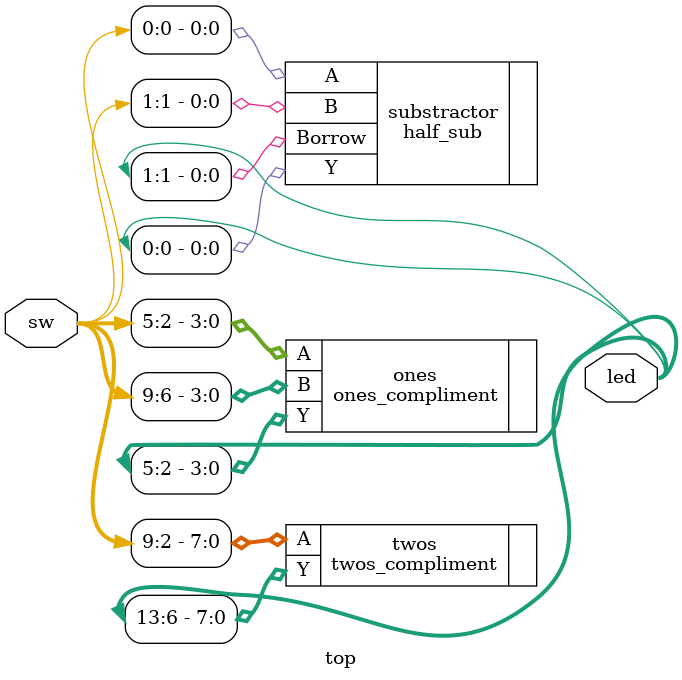
<source format=v>
module top(
    input [9:0] sw,
    output [13:0] led
);

     half_sub substractor(
    .A(sw[0]),
    .B(sw[1]),
    .Y(led[0]),
    .Borrow(led[1])
    );
    
    ones_compliment ones(
    .A(sw[5:2]),
    .B(sw[9:6]),
    .Y(led[5:2])
    
    );
    
    twos_compliment twos(
    .A(sw[9:2]),
    .Y(led[13:6])
    
    );
    
    
    
    endmodule
</source>
